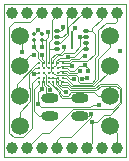
<source format=gbl>
G04 Layer_Physical_Order=4*
G04 Layer_Color=16711680*
%FSLAX44Y44*%
%MOMM*%
G71*
G01*
G75*
G04:AMPARAMS|DCode=11|XSize=0.32mm|YSize=0.4mm|CornerRadius=0.0528mm|HoleSize=0mm|Usage=FLASHONLY|Rotation=0.000|XOffset=0mm|YOffset=0mm|HoleType=Round|Shape=RoundedRectangle|*
%AMROUNDEDRECTD11*
21,1,0.3200,0.2944,0,0,0.0*
21,1,0.2144,0.4000,0,0,0.0*
1,1,0.1056,0.1072,-0.1472*
1,1,0.1056,-0.1072,-0.1472*
1,1,0.1056,-0.1072,0.1472*
1,1,0.1056,0.1072,0.1472*
%
%ADD11ROUNDEDRECTD11*%
G04:AMPARAMS|DCode=12|XSize=0.3mm|YSize=0.33mm|CornerRadius=0.0495mm|HoleSize=0mm|Usage=FLASHONLY|Rotation=270.000|XOffset=0mm|YOffset=0mm|HoleType=Round|Shape=RoundedRectangle|*
%AMROUNDEDRECTD12*
21,1,0.3000,0.2310,0,0,270.0*
21,1,0.2010,0.3300,0,0,270.0*
1,1,0.0990,-0.1155,-0.1005*
1,1,0.0990,-0.1155,0.1005*
1,1,0.0990,0.1155,0.1005*
1,1,0.0990,0.1155,-0.1005*
%
%ADD12ROUNDEDRECTD12*%
%ADD19C,0.0750*%
%ADD20C,0.0800*%
%ADD21C,0.1000*%
%ADD22C,1.0000*%
%ADD23C,1.5000*%
%ADD24C,0.4500*%
%ADD25R,0.2000X1.6000*%
G04:AMPARAMS|DCode=26|XSize=0.46mm|YSize=0.3mm|CornerRadius=0.0795mm|HoleSize=0mm|Usage=FLASHONLY|Rotation=0.000|XOffset=0mm|YOffset=0mm|HoleType=Round|Shape=RoundedRectangle|*
%AMROUNDEDRECTD26*
21,1,0.4600,0.1410,0,0,0.0*
21,1,0.3010,0.3000,0,0,0.0*
1,1,0.1590,0.1505,-0.0705*
1,1,0.1590,-0.1505,-0.0705*
1,1,0.1590,-0.1505,0.0705*
1,1,0.1590,0.1505,0.0705*
%
%ADD26ROUNDEDRECTD26*%
%ADD27O,0.1700X0.2100*%
%ADD28O,0.2100X0.1700*%
%ADD29O,0.2400X0.1700*%
%ADD30C,0.2100*%
%ADD31O,0.1700X0.2400*%
%ADD32O,1.4700X0.8000*%
D11*
X59590Y59420D02*
D03*
X66190D02*
D03*
X64640Y66400D02*
D03*
X71240D02*
D03*
X32250Y79610D02*
D03*
X25650D02*
D03*
X25640Y86610D02*
D03*
X32240D02*
D03*
D12*
X32250Y97160D02*
D03*
Y92114D02*
D03*
X25620Y92154D02*
D03*
Y97200D02*
D03*
D19*
X38090Y60580D02*
X42090D01*
Y69260D02*
X44115Y71285D01*
X42090Y60580D02*
X43180D01*
X42090Y68580D02*
Y69260D01*
X38090Y64580D02*
X40065Y66555D01*
X46090Y64580D02*
X48065Y66555D01*
X42090Y64580D02*
X44090Y62580D01*
X46090Y59670D02*
X48115Y57645D01*
X46090Y59670D02*
Y60580D01*
X13400Y31810D02*
X22520Y40930D01*
X13400Y19820D02*
Y31810D01*
X50090Y56580D02*
X53923D01*
X95866Y55345D02*
X99725Y51486D01*
X95245Y53845D02*
X98225Y50865D01*
X99725Y39225D02*
Y51486D01*
X98225Y39846D02*
Y50865D01*
X34090Y72580D02*
Y74740D01*
X32250Y76580D02*
X34090Y74740D01*
X29730Y28270D02*
X38800D01*
X8720Y9950D02*
X16070D01*
X4775Y13895D02*
X8720Y9950D01*
X11040Y47580D02*
X13400Y45220D01*
X43180Y60580D02*
X43915Y59845D01*
Y59762D02*
Y59845D01*
Y59762D02*
X44065Y59612D01*
X34090Y64580D02*
X36115Y62555D01*
Y55516D02*
Y62555D01*
X34090Y54540D02*
Y56580D01*
X48115Y55562D02*
Y57645D01*
Y55562D02*
X49697Y53980D01*
X54401D01*
X49076Y52480D02*
X53780D01*
X46090Y55466D02*
X49076Y52480D01*
X46090Y55466D02*
Y56580D01*
X49670Y43270D02*
X64200D01*
X35930Y46140D02*
X38800Y43270D01*
X35930Y46140D02*
Y52700D01*
X34090Y54540D02*
X35930Y52700D01*
X36115Y55516D02*
X39400Y52231D01*
Y50390D02*
Y52231D01*
X34090Y60020D02*
Y60580D01*
X32115Y58045D02*
X34090Y60020D01*
X32115Y51345D02*
Y58045D01*
Y51345D02*
X32180Y51280D01*
X24100Y56400D02*
X28280Y60580D01*
X30090D01*
X11040Y47580D02*
Y55490D01*
X28130Y72580D01*
X30090D01*
X26251Y68580D02*
X30090D01*
X25800Y63300D02*
X27080Y64580D01*
X30090D01*
X89600Y19820D02*
X95950Y13470D01*
Y760D02*
Y13470D01*
X32250Y76580D02*
Y79610D01*
X13400Y70620D02*
X22350Y79570D01*
X26250D02*
X26720Y79100D01*
X32065Y70605D02*
X34090Y68580D01*
X32065Y70605D02*
Y73785D01*
X28970Y76880D02*
X32065Y73785D01*
X28970Y76880D02*
Y81990D01*
X25620Y85340D02*
X28970Y81990D01*
X25620Y85340D02*
Y92154D01*
X36090Y70580D02*
X38090Y68580D01*
X32250Y86620D02*
Y92114D01*
X32240Y86610D02*
X32250Y86620D01*
X36090Y70580D02*
Y92114D01*
X45070Y84600D02*
X45800Y83870D01*
X53780Y52480D02*
X56230Y50030D01*
X50145Y45235D02*
X54065D01*
X57360Y48530D01*
X89600Y66400D02*
Y70620D01*
X54401Y53980D02*
X56721Y51660D01*
X76360Y53160D02*
X89600Y66400D01*
X53923Y56580D02*
X57343Y53160D01*
X76360D01*
X50090Y68580D02*
X53720D01*
X46090D02*
X48115Y70605D01*
X50090Y60580D02*
X52530D01*
X58410Y54700D01*
X75170D01*
X44090Y62580D02*
X52870D01*
X55950Y59500D01*
X60090D01*
X48065Y66555D02*
X53455D01*
X55140Y64870D01*
X62220D01*
X53720Y68580D02*
X55850Y66450D01*
X59620D01*
X57275Y70605D02*
X57910Y69970D01*
X48115Y70605D02*
X57275D01*
X62220Y64870D02*
X63440Y66090D01*
X66570Y59800D02*
X70560D01*
X66190Y59420D02*
X66570Y59800D01*
X63440Y66090D02*
X65850D01*
X71240Y66400D02*
Y68610D01*
X59620Y66450D02*
X63820Y70650D01*
X69200D02*
X71240Y68610D01*
X64200Y28270D02*
X72650D01*
X74020Y29640D01*
X16070Y9950D02*
X24100Y17980D01*
X25680Y32320D02*
X29730Y28270D01*
X89600Y86627D02*
Y96020D01*
X4775Y13895D02*
Y103195D01*
X9150Y107570D01*
X51258Y74555D02*
X51303Y74510D01*
X32250Y92114D02*
X36090D01*
Y93234D01*
X64600Y94620D02*
X70100D01*
X75070Y99620D02*
Y102380D01*
X83250Y110560D01*
Y115060D01*
X53530Y77490D02*
X54300Y78260D01*
X51303Y74510D02*
X55556D01*
X57376Y76330D01*
X55747Y72580D02*
X57707Y74540D01*
X70830D01*
X50090Y72580D02*
X55747D01*
X57376Y76330D02*
X63750D01*
X36090Y93234D02*
X37374Y94518D01*
X37290Y99050D02*
X37374Y98966D01*
Y94518D02*
Y98966D01*
X38090Y72580D02*
Y84600D01*
X40065Y66555D02*
Y77105D01*
X43910Y80950D01*
X49110Y79300D02*
X51490Y81680D01*
X70100Y99620D02*
X75070D01*
X43910Y80950D02*
X48080D01*
X51160Y84030D01*
Y86750D01*
X44900Y94620D02*
X49440D01*
X21420Y63749D02*
X26251Y68580D01*
X24100Y17980D02*
Y56400D01*
X47950Y47430D02*
X50145Y45235D01*
X46450Y46490D02*
X49670Y43270D01*
X42090Y54701D02*
Y56580D01*
X38090D02*
X46450Y48220D01*
Y46490D02*
Y48220D01*
X42090Y54701D02*
X47950Y48841D01*
Y47430D02*
Y48841D01*
X44065Y55215D02*
Y59612D01*
Y55215D02*
X50970Y48310D01*
X52500D01*
X74020Y27500D02*
Y29640D01*
X42090Y72580D02*
Y75110D01*
X46280Y79300D01*
X49110D01*
X44115Y71285D02*
Y74315D01*
X47290Y77490D01*
X53530D01*
X46090Y72580D02*
Y73740D01*
X46905Y74555D01*
X51258D01*
X38740Y13870D02*
X58690Y33820D01*
X92199D01*
X98225Y39846D01*
X54300Y78260D02*
X59551D01*
X65911Y84620D01*
X70100D01*
Y89620D01*
X51490Y81680D02*
X59250D01*
X64600Y87030D01*
Y94620D01*
X63750Y76330D02*
X66650Y79230D01*
X56430Y115060D02*
X57850D01*
X66920D02*
X70550D01*
X44900Y89620D02*
X47610D01*
X70830Y74540D02*
X77140Y80850D01*
Y97550D01*
X75070Y99620D02*
X77140Y97550D01*
X75170Y54700D02*
X79460Y58990D01*
Y76487D01*
X89600Y86627D01*
X66650Y79230D02*
X66760Y79120D01*
X68760D01*
X57500Y92120D02*
Y100010D01*
X44900Y99620D02*
X47950D01*
X32250Y97160D02*
Y97350D01*
X28930Y100670D02*
X32250Y97350D01*
X25620Y97200D02*
Y97360D01*
X28930Y100670D01*
X15690Y82050D02*
Y93730D01*
X13400Y96020D02*
X15690Y93730D01*
X38090Y84600D02*
Y90690D01*
X40665Y93265D01*
Y109135D01*
X45150Y113620D01*
Y115060D01*
X47950Y99620D02*
X50860Y102530D01*
X49440Y94620D02*
X53360Y98540D01*
X54860Y103000D02*
X66920Y115060D01*
X54860Y96870D02*
Y103000D01*
X47610Y89620D02*
X54860Y96870D01*
X49860Y103530D02*
X50860Y102530D01*
X38090Y84600D02*
X45070D01*
X53360Y98540D02*
Y111680D01*
X55160Y113480D01*
X57500Y100010D02*
X60450Y102960D01*
X89700Y29200D02*
X99725Y39225D01*
X75010Y22870D02*
X78920D01*
X85250Y29200D01*
X89700D01*
X56230Y50030D02*
X78440D01*
X82255Y53845D01*
X95245D01*
X56721Y51660D02*
X77710D01*
X81395Y55345D01*
X95866D01*
X9150Y107570D02*
X22030D01*
X29520Y115060D01*
X32450D01*
X57360Y48530D02*
X76660D01*
X79970Y45220D01*
X89600D01*
X19750Y760D02*
X32860Y13870D01*
X38740D01*
X25680Y32320D02*
Y50630D01*
X30090Y55040D01*
Y56580D01*
X21420Y52190D02*
Y63749D01*
Y52190D02*
X22520Y51090D01*
Y41230D02*
Y51090D01*
X73500Y35790D02*
X75340Y37630D01*
X80690D01*
X63820Y70650D02*
X69200D01*
X22350Y79570D02*
X26250D01*
X70550Y760D02*
X75010Y5220D01*
Y22870D01*
X56810Y10290D02*
X74020Y27500D01*
X45150Y760D02*
Y7860D01*
X47580Y10290D01*
X56810D01*
X56430Y115060D02*
X58010Y113480D01*
X55160D02*
X58010D01*
X31810Y35790D02*
X73500D01*
X29110Y48210D02*
X32180Y51280D01*
X29110Y38490D02*
X31810Y35790D01*
X29110Y38490D02*
Y48210D01*
D20*
X62900Y57793D02*
X64423Y56270D01*
X74560D01*
X86430Y107020D02*
X94380D01*
X95950Y108590D01*
Y115060D01*
X61440Y62900D02*
X62900Y61440D01*
Y57793D02*
Y61440D01*
X50090Y64580D02*
X53090D01*
X54770Y62900D01*
X61440D01*
X74560Y56270D02*
X77250Y58960D01*
Y77170D01*
X79890Y79810D01*
Y100480D01*
X86430Y107020D01*
D21*
X0Y122470D02*
X103430D01*
X0Y-6300D02*
X103430D01*
Y122470D01*
X0Y-6300D02*
Y122470D01*
D22*
X19750Y760D02*
D03*
X32450D02*
D03*
X45150D02*
D03*
X57850D02*
D03*
X70550D02*
D03*
X83250D02*
D03*
X95950D02*
D03*
X7050D02*
D03*
X83250Y115060D02*
D03*
X70550D02*
D03*
X57850D02*
D03*
X45150D02*
D03*
X32450D02*
D03*
X19750D02*
D03*
X7050D02*
D03*
X95950D02*
D03*
D23*
X13400Y19820D02*
D03*
Y70620D02*
D03*
Y96020D02*
D03*
Y45220D02*
D03*
X89600Y19820D02*
D03*
Y70620D02*
D03*
Y96020D02*
D03*
Y45220D02*
D03*
D24*
X98560Y83000D02*
D03*
X52500Y48610D02*
D03*
X25800Y63300D02*
D03*
X32180Y51280D02*
D03*
X39400Y50390D02*
D03*
X57910Y69970D02*
D03*
X70560Y59800D02*
D03*
X68830Y71110D02*
D03*
X74020Y29640D02*
D03*
X54300Y78260D02*
D03*
X37290Y99050D02*
D03*
X51160Y86750D02*
D03*
X75010Y22870D02*
D03*
X80690Y37630D02*
D03*
X64600Y94620D02*
D03*
X68760Y79120D02*
D03*
X28930Y100670D02*
D03*
X15690Y82050D02*
D03*
X49860Y103530D02*
D03*
X60450Y102960D02*
D03*
X29110Y38490D02*
D03*
D25*
X57500Y92120D02*
D03*
D26*
X70100Y84620D02*
D03*
Y89620D02*
D03*
Y94620D02*
D03*
Y99620D02*
D03*
X44900D02*
D03*
Y94620D02*
D03*
Y89620D02*
D03*
Y84620D02*
D03*
D27*
X50090Y56580D02*
D03*
X46090D02*
D03*
Y72580D02*
D03*
X42090Y56580D02*
D03*
Y60580D02*
D03*
Y72580D02*
D03*
X38090Y56580D02*
D03*
Y60580D02*
D03*
X34090Y56580D02*
D03*
Y60580D02*
D03*
X30090Y56580D02*
D03*
Y72580D02*
D03*
D28*
X50090Y60580D02*
D03*
Y64580D02*
D03*
Y68580D02*
D03*
X46090Y60580D02*
D03*
Y64580D02*
D03*
Y68580D02*
D03*
X30090Y60580D02*
D03*
Y64580D02*
D03*
Y68580D02*
D03*
D29*
X50090Y72580D02*
D03*
D30*
X42090Y64580D02*
D03*
X38090D02*
D03*
X34090D02*
D03*
Y68580D02*
D03*
D31*
X42090D02*
D03*
X38090D02*
D03*
Y72580D02*
D03*
X34090D02*
D03*
D32*
X64200Y43270D02*
D03*
X38800D02*
D03*
Y28270D02*
D03*
X64200D02*
D03*
M02*

</source>
